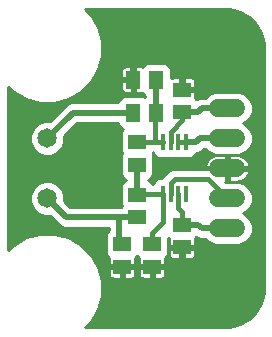
<source format=gtl>
G75*
%MOIN*%
%OFA0B0*%
%FSLAX24Y24*%
%IPPOS*%
%LPD*%
%AMOC8*
5,1,8,0,0,1.08239X$1,22.5*
%
%ADD10R,0.0165X0.0571*%
%ADD11R,0.0512X0.0591*%
%ADD12R,0.0591X0.0512*%
%ADD13C,0.0650*%
%ADD14C,0.0600*%
%ADD15C,0.0160*%
%ADD16C,0.0140*%
%ADD17C,0.0200*%
%ADD18C,0.0180*%
%ADD19C,0.0376*%
%ADD20C,0.0100*%
D10*
X005591Y004859D03*
X005847Y004859D03*
X006103Y004859D03*
X006359Y004859D03*
X006359Y006591D03*
X006103Y006591D03*
X005847Y006591D03*
X005591Y006591D03*
D11*
X005349Y007575D03*
X004601Y007575D03*
X004601Y008675D03*
X005349Y008675D03*
D12*
X006225Y008349D03*
X006225Y007601D03*
X004725Y006599D03*
X004725Y005851D03*
X004725Y004849D03*
X004725Y004101D03*
X005225Y003199D03*
X005225Y002451D03*
X004225Y002451D03*
X004225Y003199D03*
X006225Y003101D03*
X006225Y003849D03*
D13*
X001725Y004725D03*
X001725Y006725D03*
D14*
X007425Y006725D02*
X008025Y006725D01*
X008025Y005725D02*
X007425Y005725D01*
X007425Y004725D02*
X008025Y004725D01*
X008025Y003725D02*
X007425Y003725D01*
X007425Y007725D02*
X008025Y007725D01*
D15*
X006359Y006591D02*
X006103Y006591D01*
X005847Y006591D02*
X005847Y006947D01*
X006225Y007325D01*
X006225Y007601D01*
X005591Y006591D02*
X005325Y006591D01*
X005325Y007551D01*
X005325Y006591D02*
X004725Y006591D01*
X005975Y005375D02*
X005847Y005247D01*
X005847Y004859D01*
X006103Y004859D02*
X006103Y004397D01*
X006225Y004275D01*
X006225Y003849D01*
X005591Y003941D02*
X005591Y004859D01*
X004725Y004859D01*
X005591Y003941D02*
X005225Y003575D01*
X005225Y003199D01*
X005975Y005375D02*
X007075Y005375D01*
X007725Y004725D01*
D16*
X005325Y007551D02*
X005349Y007575D01*
X004725Y006599D02*
X004725Y006591D01*
X004725Y004859D02*
X004725Y004849D01*
D17*
X004725Y004859D02*
X004725Y005851D01*
X004601Y007575D02*
X002575Y007575D01*
X001725Y006725D01*
X001725Y004725D02*
X002349Y004101D01*
X004125Y004101D01*
X004125Y003299D01*
X004125Y004101D02*
X004725Y004101D01*
X004225Y002451D02*
X005225Y002451D01*
X006225Y002451D01*
X006225Y003101D01*
X006225Y003849D02*
X006751Y003849D01*
X006875Y003725D01*
X007725Y003725D01*
X006691Y006591D02*
X006359Y006591D01*
X006691Y006591D02*
X006825Y006725D01*
X007725Y006725D01*
X007725Y007725D02*
X006875Y007725D01*
X006751Y007601D01*
X006225Y007601D01*
X006225Y008349D02*
X006225Y009025D01*
X005349Y008675D02*
X005349Y007575D01*
X004601Y008675D02*
X004601Y009375D01*
D18*
X004125Y003299D02*
X004225Y003199D01*
D19*
X006225Y002451D03*
X006225Y009025D03*
X004601Y009375D03*
D20*
X000420Y008449D02*
X000420Y003000D01*
X000604Y003185D01*
X001020Y003425D01*
X001485Y003550D01*
X001965Y003550D01*
X002429Y003425D01*
X002845Y003185D01*
X003185Y002845D01*
X003425Y002429D01*
X003550Y001965D01*
X003550Y001485D01*
X003425Y001020D01*
X003185Y000604D01*
X003000Y000420D01*
X007650Y000420D01*
X007820Y000431D01*
X008149Y000519D01*
X008445Y000689D01*
X008685Y000930D01*
X008856Y001225D01*
X008944Y001554D01*
X008955Y001725D01*
X008955Y009725D01*
X008944Y009895D01*
X008856Y010224D01*
X008685Y010519D01*
X008445Y010760D01*
X008149Y010931D01*
X007820Y011019D01*
X007650Y011030D01*
X003000Y011030D01*
X003185Y010845D01*
X003425Y010429D01*
X003550Y009965D01*
X003550Y009485D01*
X003425Y009020D01*
X003185Y008604D01*
X002845Y008265D01*
X002429Y008024D01*
X001965Y007900D01*
X001485Y007900D01*
X001020Y008024D01*
X000604Y008265D01*
X000420Y008449D01*
X000420Y008400D02*
X000469Y008400D01*
X000420Y008302D02*
X000567Y008302D01*
X000710Y008203D02*
X000420Y008203D01*
X000420Y008105D02*
X000881Y008105D01*
X001088Y008006D02*
X000420Y008006D01*
X000420Y007908D02*
X001455Y007908D01*
X001920Y007415D02*
X000420Y007415D01*
X000420Y007317D02*
X001822Y007317D01*
X001805Y007300D02*
X001610Y007300D01*
X001399Y007212D01*
X001238Y007050D01*
X001150Y006839D01*
X001150Y006610D01*
X001238Y006399D01*
X001399Y006238D01*
X001610Y006150D01*
X001839Y006150D01*
X002050Y006238D01*
X002212Y006399D01*
X002300Y006610D01*
X002300Y006805D01*
X002720Y007225D01*
X004097Y007225D01*
X004133Y007138D01*
X004203Y007068D01*
X004264Y007043D01*
X004218Y006996D01*
X004180Y006904D01*
X004180Y006293D01*
X004208Y006225D01*
X004180Y006156D01*
X004180Y005545D01*
X004218Y005453D01*
X004288Y005383D01*
X004368Y005350D01*
X004288Y005317D01*
X004218Y005246D01*
X004180Y005154D01*
X004180Y004543D01*
X004208Y004475D01*
X004198Y004451D01*
X002494Y004451D01*
X002300Y004645D01*
X002300Y004839D01*
X002212Y005050D01*
X002050Y005212D01*
X001839Y005300D01*
X001610Y005300D01*
X001399Y005212D01*
X001238Y005050D01*
X001150Y004839D01*
X001150Y004610D01*
X001238Y004399D01*
X001399Y004238D01*
X001610Y004150D01*
X001805Y004150D01*
X002151Y003804D01*
X002279Y003751D01*
X003775Y003751D01*
X003775Y003654D01*
X003718Y003596D01*
X003680Y003504D01*
X003680Y002893D01*
X003718Y002801D01*
X003782Y002737D01*
X003780Y002726D01*
X003780Y002501D01*
X004175Y002501D01*
X004175Y002401D01*
X004275Y002401D01*
X004275Y002501D01*
X004670Y002501D01*
X004670Y002726D01*
X004667Y002737D01*
X004725Y002794D01*
X004782Y002737D01*
X004780Y002726D01*
X004780Y002501D01*
X005175Y002501D01*
X005175Y002401D01*
X005275Y002401D01*
X005275Y002501D01*
X005670Y002501D01*
X005670Y002726D01*
X005667Y002737D01*
X005732Y002801D01*
X005770Y002893D01*
X005770Y003399D01*
X005782Y003387D01*
X005780Y003376D01*
X005780Y003151D01*
X006175Y003151D01*
X006175Y003051D01*
X006275Y003051D01*
X006275Y003151D01*
X006670Y003151D01*
X006670Y003376D01*
X006667Y003387D01*
X006699Y003419D01*
X006805Y003375D01*
X006997Y003375D01*
X007113Y003259D01*
X007315Y003175D01*
X008134Y003175D01*
X008336Y003259D01*
X008491Y003413D01*
X008575Y003615D01*
X008575Y003834D01*
X008491Y004036D01*
X008336Y004191D01*
X008255Y004225D01*
X008336Y004259D01*
X008491Y004413D01*
X008575Y004615D01*
X008575Y004834D01*
X008491Y005036D01*
X008336Y005191D01*
X008134Y005275D01*
X007641Y005275D01*
X007675Y005275D01*
X007675Y005675D01*
X007775Y005675D01*
X007775Y005775D01*
X007675Y005775D01*
X007675Y006175D01*
X007389Y006175D01*
X007319Y006164D01*
X007252Y006142D01*
X007189Y006110D01*
X007132Y006068D01*
X007082Y006018D01*
X007040Y005961D01*
X007008Y005898D01*
X006986Y005830D01*
X006977Y005775D01*
X007675Y005775D01*
X007675Y005675D01*
X007213Y005675D01*
X007140Y005705D01*
X005909Y005705D01*
X005788Y005655D01*
X005695Y005562D01*
X005567Y005434D01*
X005551Y005394D01*
X005459Y005394D01*
X005367Y005356D01*
X005296Y005286D01*
X005258Y005194D01*
X005258Y005189D01*
X005256Y005189D01*
X005232Y005246D01*
X005162Y005317D01*
X005082Y005350D01*
X005162Y005383D01*
X005232Y005453D01*
X005270Y005545D01*
X005270Y006156D01*
X005242Y006225D01*
X005257Y006261D01*
X005258Y006261D01*
X005258Y006256D01*
X005296Y006164D01*
X005367Y006094D01*
X005459Y006056D01*
X006491Y006056D01*
X006583Y006094D01*
X006653Y006164D01*
X006685Y006241D01*
X006761Y006241D01*
X006889Y006294D01*
X006970Y006375D01*
X006997Y006375D01*
X007113Y006259D01*
X007315Y006175D01*
X008134Y006175D01*
X008336Y006259D01*
X008491Y006413D01*
X008575Y006615D01*
X008575Y006834D01*
X008491Y007036D01*
X008336Y007191D01*
X008255Y007225D01*
X008336Y007259D01*
X008491Y007413D01*
X008575Y007615D01*
X008575Y007834D01*
X008491Y008036D01*
X008336Y008191D01*
X008134Y008275D01*
X007315Y008275D01*
X007113Y008191D01*
X006997Y008075D01*
X006805Y008075D01*
X006699Y008031D01*
X006667Y008063D01*
X006670Y008073D01*
X006670Y008299D01*
X006275Y008299D01*
X006275Y008399D01*
X006175Y008399D01*
X006175Y008755D01*
X005910Y008755D01*
X005872Y008745D01*
X005855Y008735D01*
X005855Y009020D01*
X005817Y009112D01*
X005746Y009182D01*
X005654Y009220D01*
X005043Y009220D01*
X004951Y009182D01*
X004887Y009117D01*
X004876Y009120D01*
X004651Y009120D01*
X004651Y008725D01*
X004551Y008725D01*
X004551Y009120D01*
X004325Y009120D01*
X004287Y009110D01*
X004253Y009090D01*
X004225Y009062D01*
X004205Y009028D01*
X004195Y008990D01*
X004195Y008725D01*
X004551Y008725D01*
X004551Y008625D01*
X004651Y008625D01*
X004651Y008230D01*
X004876Y008230D01*
X004887Y008232D01*
X004951Y008168D01*
X004999Y008148D01*
X004999Y008102D01*
X004975Y008092D01*
X004906Y008120D01*
X004295Y008120D01*
X004203Y008082D01*
X004133Y008012D01*
X004097Y007925D01*
X002505Y007925D01*
X002377Y007872D01*
X001805Y007300D01*
X002019Y007514D02*
X000420Y007514D01*
X000420Y007612D02*
X002117Y007612D01*
X002216Y007711D02*
X000420Y007711D01*
X000420Y007809D02*
X002314Y007809D01*
X002362Y008006D02*
X004131Y008006D01*
X004258Y008105D02*
X002569Y008105D01*
X002464Y007908D02*
X001994Y007908D01*
X001414Y007218D02*
X000420Y007218D01*
X000420Y007120D02*
X001307Y007120D01*
X001225Y007021D02*
X000420Y007021D01*
X000420Y006923D02*
X001185Y006923D01*
X001150Y006824D02*
X000420Y006824D01*
X000420Y006726D02*
X001150Y006726D01*
X001150Y006627D02*
X000420Y006627D01*
X000420Y006529D02*
X001184Y006529D01*
X001225Y006430D02*
X000420Y006430D01*
X000420Y006332D02*
X001305Y006332D01*
X001409Y006233D02*
X000420Y006233D01*
X000420Y006135D02*
X004180Y006135D01*
X004180Y006036D02*
X000420Y006036D01*
X000420Y005938D02*
X004180Y005938D01*
X004180Y005839D02*
X000420Y005839D01*
X000420Y005741D02*
X004180Y005741D01*
X004180Y005642D02*
X000420Y005642D01*
X000420Y005544D02*
X004180Y005544D01*
X004226Y005445D02*
X000420Y005445D01*
X000420Y005347D02*
X004361Y005347D01*
X004220Y005248D02*
X001963Y005248D01*
X002113Y005150D02*
X004180Y005150D01*
X004180Y005051D02*
X002211Y005051D01*
X002253Y004953D02*
X004180Y004953D01*
X004180Y004854D02*
X002293Y004854D01*
X002300Y004756D02*
X004180Y004756D01*
X004180Y004657D02*
X002300Y004657D01*
X002386Y004559D02*
X004180Y004559D01*
X004202Y004460D02*
X002484Y004460D01*
X001987Y003968D02*
X000420Y003968D01*
X000420Y004066D02*
X001888Y004066D01*
X002085Y003869D02*
X000420Y003869D01*
X000420Y003771D02*
X002231Y003771D01*
X002242Y003475D02*
X003680Y003475D01*
X003680Y003377D02*
X002513Y003377D01*
X002684Y003278D02*
X003680Y003278D01*
X003680Y003180D02*
X002850Y003180D01*
X002949Y003081D02*
X003680Y003081D01*
X003680Y002983D02*
X003047Y002983D01*
X003146Y002884D02*
X003683Y002884D01*
X003733Y002786D02*
X003219Y002786D01*
X003276Y002687D02*
X003780Y002687D01*
X003780Y002589D02*
X003333Y002589D01*
X003390Y002490D02*
X004175Y002490D01*
X004175Y002401D02*
X003780Y002401D01*
X003780Y002175D01*
X003790Y002137D01*
X003809Y002103D01*
X003837Y002075D01*
X003872Y002055D01*
X003910Y002045D01*
X004175Y002045D01*
X004175Y002401D01*
X004175Y002392D02*
X004275Y002392D01*
X004275Y002401D02*
X004275Y002045D01*
X004540Y002045D01*
X004578Y002055D01*
X004612Y002075D01*
X004640Y002103D01*
X004660Y002137D01*
X004670Y002175D01*
X004670Y002401D01*
X004275Y002401D01*
X004275Y002490D02*
X005175Y002490D01*
X005175Y002401D02*
X004780Y002401D01*
X004780Y002175D01*
X004790Y002137D01*
X004809Y002103D01*
X004837Y002075D01*
X004872Y002055D01*
X004910Y002045D01*
X005175Y002045D01*
X005175Y002401D01*
X005175Y002392D02*
X005275Y002392D01*
X005275Y002401D02*
X005275Y002045D01*
X005540Y002045D01*
X005578Y002055D01*
X005612Y002075D01*
X005640Y002103D01*
X005660Y002137D01*
X005670Y002175D01*
X005670Y002401D01*
X005275Y002401D01*
X005275Y002490D02*
X008955Y002490D01*
X008955Y002392D02*
X005670Y002392D01*
X005670Y002293D02*
X008955Y002293D01*
X008955Y002195D02*
X005670Y002195D01*
X005634Y002096D02*
X008955Y002096D01*
X008955Y001998D02*
X003541Y001998D01*
X003550Y001899D02*
X008955Y001899D01*
X008955Y001801D02*
X003550Y001801D01*
X003550Y001702D02*
X008954Y001702D01*
X008947Y001604D02*
X003550Y001604D01*
X003550Y001505D02*
X008931Y001505D01*
X008904Y001407D02*
X003529Y001407D01*
X003502Y001308D02*
X008878Y001308D01*
X008847Y001210D02*
X003476Y001210D01*
X003450Y001111D02*
X008790Y001111D01*
X008733Y001013D02*
X003421Y001013D01*
X003364Y000914D02*
X008669Y000914D01*
X008571Y000816D02*
X003307Y000816D01*
X003250Y000717D02*
X008472Y000717D01*
X008322Y000619D02*
X003193Y000619D01*
X003101Y000520D02*
X008152Y000520D01*
X007682Y000422D02*
X003002Y000422D01*
X003514Y002096D02*
X003816Y002096D01*
X003780Y002195D02*
X003488Y002195D01*
X003462Y002293D02*
X003780Y002293D01*
X003780Y002392D02*
X003435Y002392D01*
X004175Y002293D02*
X004275Y002293D01*
X004275Y002195D02*
X004175Y002195D01*
X004175Y002096D02*
X004275Y002096D01*
X004634Y002096D02*
X004816Y002096D01*
X004780Y002195D02*
X004670Y002195D01*
X004670Y002293D02*
X004780Y002293D01*
X004780Y002392D02*
X004670Y002392D01*
X004670Y002589D02*
X004780Y002589D01*
X004780Y002687D02*
X004670Y002687D01*
X004717Y002786D02*
X004733Y002786D01*
X005175Y002293D02*
X005275Y002293D01*
X005275Y002195D02*
X005175Y002195D01*
X005175Y002096D02*
X005275Y002096D01*
X005670Y002589D02*
X008955Y002589D01*
X008955Y002687D02*
X005670Y002687D01*
X005717Y002786D02*
X005790Y002786D01*
X005790Y002787D02*
X005809Y002753D01*
X005837Y002725D01*
X005872Y002705D01*
X005910Y002695D01*
X006175Y002695D01*
X006175Y003051D01*
X005780Y003051D01*
X005780Y002825D01*
X005790Y002787D01*
X005780Y002884D02*
X005766Y002884D01*
X005770Y002983D02*
X005780Y002983D01*
X005770Y003081D02*
X006175Y003081D01*
X006175Y002983D02*
X006275Y002983D01*
X006275Y003051D02*
X006275Y002695D01*
X006540Y002695D01*
X006578Y002705D01*
X006612Y002725D01*
X006640Y002753D01*
X006660Y002787D01*
X006670Y002825D01*
X006670Y003051D01*
X006275Y003051D01*
X006275Y003081D02*
X008955Y003081D01*
X008955Y002983D02*
X006670Y002983D01*
X006670Y002884D02*
X008955Y002884D01*
X008955Y002786D02*
X006659Y002786D01*
X006670Y003180D02*
X007303Y003180D01*
X007093Y003278D02*
X006670Y003278D01*
X006670Y003377D02*
X006800Y003377D01*
X006275Y002884D02*
X006175Y002884D01*
X006175Y002786D02*
X006275Y002786D01*
X005780Y003180D02*
X005770Y003180D01*
X005770Y003278D02*
X005780Y003278D01*
X005770Y003377D02*
X005780Y003377D01*
X005281Y005248D02*
X005230Y005248D01*
X005357Y005347D02*
X005089Y005347D01*
X005224Y005445D02*
X005579Y005445D01*
X005677Y005544D02*
X005270Y005544D01*
X005270Y005642D02*
X005776Y005642D01*
X005270Y005741D02*
X007675Y005741D01*
X007675Y005839D02*
X007775Y005839D01*
X007775Y005775D02*
X007775Y006175D01*
X008060Y006175D01*
X008130Y006164D01*
X008198Y006142D01*
X008261Y006110D01*
X008318Y006068D01*
X008368Y006018D01*
X008410Y005961D01*
X008442Y005898D01*
X008464Y005830D01*
X008472Y005775D01*
X007775Y005775D01*
X007775Y005741D02*
X008955Y005741D01*
X008955Y005839D02*
X008461Y005839D01*
X008421Y005938D02*
X008955Y005938D01*
X008955Y006036D02*
X008350Y006036D01*
X008211Y006135D02*
X008955Y006135D01*
X008955Y006233D02*
X008275Y006233D01*
X008410Y006332D02*
X008955Y006332D01*
X008955Y006430D02*
X008498Y006430D01*
X008539Y006529D02*
X008955Y006529D01*
X008955Y006627D02*
X008575Y006627D01*
X008575Y006726D02*
X008955Y006726D01*
X008955Y006824D02*
X008575Y006824D01*
X008538Y006923D02*
X008955Y006923D01*
X008955Y007021D02*
X008497Y007021D01*
X008408Y007120D02*
X008955Y007120D01*
X008955Y007218D02*
X008271Y007218D01*
X008395Y007317D02*
X008955Y007317D01*
X008955Y007415D02*
X008492Y007415D01*
X008533Y007514D02*
X008955Y007514D01*
X008955Y007612D02*
X008574Y007612D01*
X008575Y007711D02*
X008955Y007711D01*
X008955Y007809D02*
X008575Y007809D01*
X008544Y007908D02*
X008955Y007908D01*
X008955Y008006D02*
X008504Y008006D01*
X008423Y008105D02*
X008955Y008105D01*
X008955Y008203D02*
X008307Y008203D01*
X008955Y008302D02*
X006275Y008302D01*
X006275Y008399D02*
X006670Y008399D01*
X006670Y008624D01*
X006660Y008663D01*
X006640Y008697D01*
X006612Y008725D01*
X006578Y008745D01*
X006540Y008755D01*
X006275Y008755D01*
X006275Y008399D01*
X006275Y008400D02*
X006175Y008400D01*
X006175Y008499D02*
X006275Y008499D01*
X006275Y008597D02*
X006175Y008597D01*
X006175Y008696D02*
X006275Y008696D01*
X006641Y008696D02*
X008955Y008696D01*
X008955Y008794D02*
X005855Y008794D01*
X005855Y008893D02*
X008955Y008893D01*
X008955Y008991D02*
X005855Y008991D01*
X005826Y009090D02*
X008955Y009090D01*
X008955Y009188D02*
X005731Y009188D01*
X004967Y009188D02*
X003470Y009188D01*
X003444Y009090D02*
X004252Y009090D01*
X004195Y008991D02*
X003408Y008991D01*
X003352Y008893D02*
X004195Y008893D01*
X004195Y008794D02*
X003295Y008794D01*
X003238Y008696D02*
X004551Y008696D01*
X004551Y008625D02*
X004195Y008625D01*
X004195Y008360D01*
X004205Y008322D01*
X004225Y008287D01*
X004253Y008259D01*
X004287Y008240D01*
X004325Y008230D01*
X004551Y008230D01*
X004551Y008625D01*
X004551Y008597D02*
X004651Y008597D01*
X004651Y008499D02*
X004551Y008499D01*
X004551Y008400D02*
X004651Y008400D01*
X004651Y008302D02*
X004551Y008302D01*
X004217Y008302D02*
X002882Y008302D01*
X002981Y008400D02*
X004195Y008400D01*
X004195Y008499D02*
X003079Y008499D01*
X003178Y008597D02*
X004195Y008597D01*
X004551Y008794D02*
X004651Y008794D01*
X004651Y008893D02*
X004551Y008893D01*
X004551Y008991D02*
X004651Y008991D01*
X004651Y009090D02*
X004551Y009090D01*
X004916Y008203D02*
X002739Y008203D01*
X002713Y007218D02*
X004100Y007218D01*
X004151Y007120D02*
X002615Y007120D01*
X002516Y007021D02*
X004243Y007021D01*
X004187Y006923D02*
X002418Y006923D01*
X002319Y006824D02*
X004180Y006824D01*
X004180Y006726D02*
X002300Y006726D01*
X002300Y006627D02*
X004180Y006627D01*
X004180Y006529D02*
X002266Y006529D01*
X002225Y006430D02*
X004180Y006430D01*
X004180Y006332D02*
X002145Y006332D01*
X002040Y006233D02*
X004204Y006233D01*
X005245Y006233D02*
X005268Y006233D01*
X005270Y006135D02*
X005325Y006135D01*
X005270Y006036D02*
X007100Y006036D01*
X007028Y005938D02*
X005270Y005938D01*
X005270Y005839D02*
X006989Y005839D01*
X007238Y006135D02*
X006624Y006135D01*
X006682Y006233D02*
X007174Y006233D01*
X007040Y006332D02*
X006927Y006332D01*
X007675Y006135D02*
X007775Y006135D01*
X007775Y006036D02*
X007675Y006036D01*
X007675Y005938D02*
X007775Y005938D01*
X007775Y005675D02*
X008472Y005675D01*
X008464Y005619D01*
X008442Y005552D01*
X008410Y005489D01*
X008368Y005432D01*
X008318Y005382D01*
X008261Y005340D01*
X008198Y005308D01*
X008130Y005286D01*
X008060Y005275D01*
X007775Y005275D01*
X007775Y005675D01*
X007775Y005642D02*
X007675Y005642D01*
X007675Y005544D02*
X007775Y005544D01*
X007775Y005445D02*
X007675Y005445D01*
X007675Y005347D02*
X007775Y005347D01*
X007641Y005275D02*
X007641Y005275D01*
X008198Y005248D02*
X008955Y005248D01*
X008955Y005150D02*
X008378Y005150D01*
X008476Y005051D02*
X008955Y005051D01*
X008955Y004953D02*
X008526Y004953D01*
X008566Y004854D02*
X008955Y004854D01*
X008955Y004756D02*
X008575Y004756D01*
X008575Y004657D02*
X008955Y004657D01*
X008955Y004559D02*
X008551Y004559D01*
X008511Y004460D02*
X008955Y004460D01*
X008955Y004362D02*
X008440Y004362D01*
X008341Y004263D02*
X008955Y004263D01*
X008955Y004165D02*
X008363Y004165D01*
X008461Y004066D02*
X008955Y004066D01*
X008955Y003968D02*
X008519Y003968D01*
X008560Y003869D02*
X008955Y003869D01*
X008955Y003771D02*
X008575Y003771D01*
X008575Y003672D02*
X008955Y003672D01*
X008955Y003574D02*
X008558Y003574D01*
X008517Y003475D02*
X008955Y003475D01*
X008955Y003377D02*
X008455Y003377D01*
X008356Y003278D02*
X008955Y003278D01*
X008955Y003180D02*
X008146Y003180D01*
X008270Y005347D02*
X008955Y005347D01*
X008955Y005445D02*
X008378Y005445D01*
X008438Y005544D02*
X008955Y005544D01*
X008955Y005642D02*
X008467Y005642D01*
X007027Y008105D02*
X006670Y008105D01*
X006670Y008203D02*
X007143Y008203D01*
X006670Y008400D02*
X008955Y008400D01*
X008955Y008499D02*
X006670Y008499D01*
X006670Y008597D02*
X008955Y008597D01*
X008955Y009287D02*
X003497Y009287D01*
X003523Y009385D02*
X008955Y009385D01*
X008955Y009484D02*
X003549Y009484D01*
X003550Y009582D02*
X008955Y009582D01*
X008955Y009681D02*
X003550Y009681D01*
X003550Y009779D02*
X008952Y009779D01*
X008945Y009878D02*
X003550Y009878D01*
X003547Y009976D02*
X008922Y009976D01*
X008896Y010075D02*
X003520Y010075D01*
X003494Y010173D02*
X008869Y010173D01*
X008828Y010272D02*
X003467Y010272D01*
X003441Y010370D02*
X008771Y010370D01*
X008715Y010469D02*
X003402Y010469D01*
X003345Y010567D02*
X008637Y010567D01*
X008539Y010666D02*
X003289Y010666D01*
X003232Y010764D02*
X008437Y010764D01*
X008267Y010863D02*
X003167Y010863D01*
X003069Y010961D02*
X008035Y010961D01*
X004999Y008105D02*
X004943Y008105D01*
X001575Y004165D02*
X000420Y004165D01*
X000420Y004263D02*
X001373Y004263D01*
X001275Y004362D02*
X000420Y004362D01*
X000420Y004460D02*
X001212Y004460D01*
X001171Y004559D02*
X000420Y004559D01*
X000420Y004657D02*
X001150Y004657D01*
X001150Y004756D02*
X000420Y004756D01*
X000420Y004854D02*
X001156Y004854D01*
X001197Y004953D02*
X000420Y004953D01*
X000420Y005051D02*
X001238Y005051D01*
X001337Y005150D02*
X000420Y005150D01*
X000420Y005248D02*
X001487Y005248D01*
X000420Y003672D02*
X003775Y003672D01*
X003708Y003574D02*
X000420Y003574D01*
X000420Y003475D02*
X001207Y003475D01*
X000937Y003377D02*
X000420Y003377D01*
X000420Y003278D02*
X000766Y003278D01*
X000599Y003180D02*
X000420Y003180D01*
X000420Y003081D02*
X000501Y003081D01*
M02*

</source>
